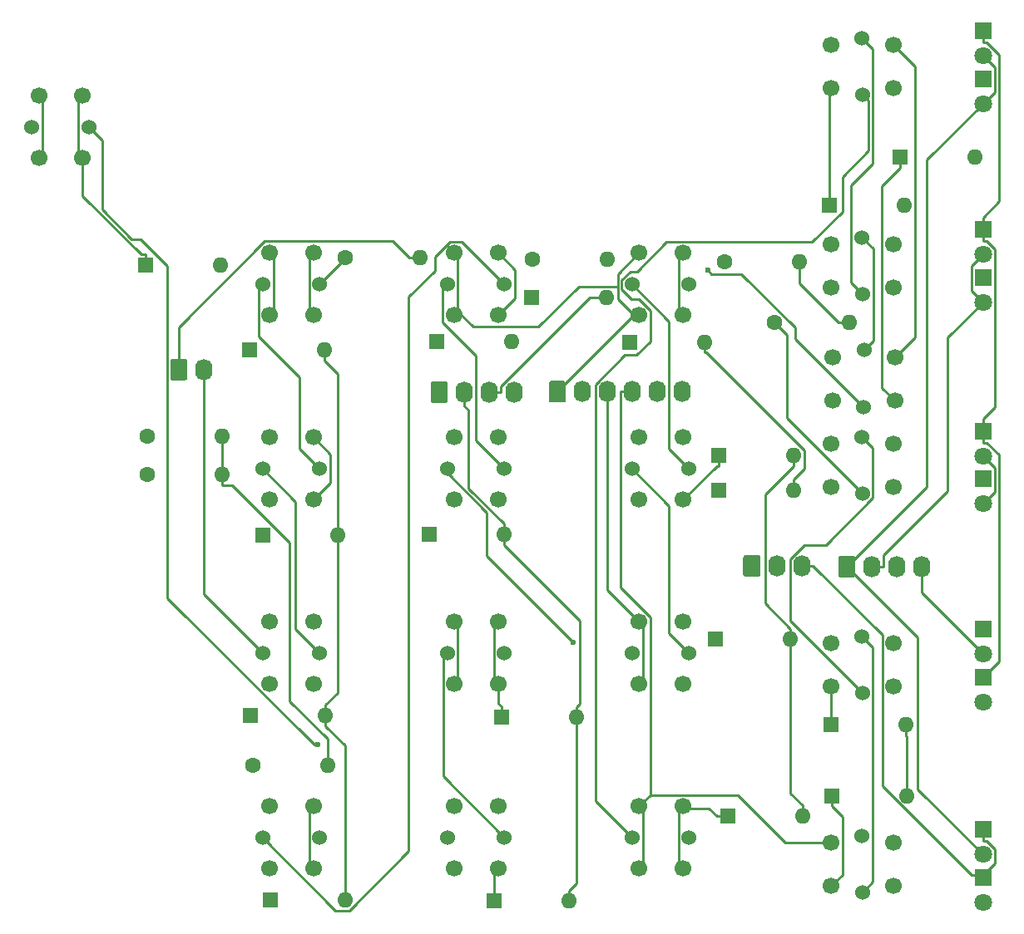
<source format=gbr>
G04 #@! TF.GenerationSoftware,KiCad,Pcbnew,(5.1.5-0-10_14)*
G04 #@! TF.CreationDate,2020-06-21T14:01:29+10:00*
G04 #@! TF.ProjectId,UFC,5546432e-6b69-4636-9164-5f7063625858,A*
G04 #@! TF.SameCoordinates,Original*
G04 #@! TF.FileFunction,Copper,L1,Top*
G04 #@! TF.FilePolarity,Positive*
%FSLAX46Y46*%
G04 Gerber Fmt 4.6, Leading zero omitted, Abs format (unit mm)*
G04 Created by KiCad (PCBNEW (5.1.5-0-10_14)) date 2020-06-21 14:01:29*
%MOMM*%
%LPD*%
G04 APERTURE LIST*
%ADD10O,1.740000X2.200000*%
%ADD11C,0.100000*%
%ADD12O,1.600000X1.600000*%
%ADD13C,1.600000*%
%ADD14R,1.600000X1.600000*%
%ADD15C,1.524000*%
%ADD16C,1.700000*%
%ADD17C,1.800000*%
%ADD18R,1.800000X1.800000*%
%ADD19C,0.600000*%
%ADD20C,0.228600*%
G04 APERTURE END LIST*
D10*
X160250000Y-104460000D03*
X157710000Y-104460000D03*
X155170000Y-104460000D03*
G04 #@! TA.AperFunction,ComponentPad*
D11*
G36*
X153274505Y-103361204D02*
G01*
X153298773Y-103364804D01*
X153322572Y-103370765D01*
X153345671Y-103379030D01*
X153367850Y-103389520D01*
X153388893Y-103402132D01*
X153408599Y-103416747D01*
X153426777Y-103433223D01*
X153443253Y-103451401D01*
X153457868Y-103471107D01*
X153470480Y-103492150D01*
X153480970Y-103514329D01*
X153489235Y-103537428D01*
X153495196Y-103561227D01*
X153498796Y-103585495D01*
X153500000Y-103609999D01*
X153500000Y-105310001D01*
X153498796Y-105334505D01*
X153495196Y-105358773D01*
X153489235Y-105382572D01*
X153480970Y-105405671D01*
X153470480Y-105427850D01*
X153457868Y-105448893D01*
X153443253Y-105468599D01*
X153426777Y-105486777D01*
X153408599Y-105503253D01*
X153388893Y-105517868D01*
X153367850Y-105530480D01*
X153345671Y-105540970D01*
X153322572Y-105549235D01*
X153298773Y-105555196D01*
X153274505Y-105558796D01*
X153250001Y-105560000D01*
X152009999Y-105560000D01*
X151985495Y-105558796D01*
X151961227Y-105555196D01*
X151937428Y-105549235D01*
X151914329Y-105540970D01*
X151892150Y-105530480D01*
X151871107Y-105517868D01*
X151851401Y-105503253D01*
X151833223Y-105486777D01*
X151816747Y-105468599D01*
X151802132Y-105448893D01*
X151789520Y-105427850D01*
X151779030Y-105405671D01*
X151770765Y-105382572D01*
X151764804Y-105358773D01*
X151761204Y-105334505D01*
X151760000Y-105310001D01*
X151760000Y-103609999D01*
X151761204Y-103585495D01*
X151764804Y-103561227D01*
X151770765Y-103537428D01*
X151779030Y-103514329D01*
X151789520Y-103492150D01*
X151802132Y-103471107D01*
X151816747Y-103451401D01*
X151833223Y-103433223D01*
X151851401Y-103416747D01*
X151871107Y-103402132D01*
X151892150Y-103389520D01*
X151914329Y-103379030D01*
X151937428Y-103370765D01*
X151961227Y-103364804D01*
X151985495Y-103361204D01*
X152009999Y-103360000D01*
X153250001Y-103360000D01*
X153274505Y-103361204D01*
G37*
G04 #@! TD.AperFunction*
D10*
X135860000Y-86650000D03*
X133320000Y-86650000D03*
X130780000Y-86650000D03*
X128240000Y-86650000D03*
X125700000Y-86650000D03*
G04 #@! TA.AperFunction,ComponentPad*
D11*
G36*
X123804505Y-85551204D02*
G01*
X123828773Y-85554804D01*
X123852572Y-85560765D01*
X123875671Y-85569030D01*
X123897850Y-85579520D01*
X123918893Y-85592132D01*
X123938599Y-85606747D01*
X123956777Y-85623223D01*
X123973253Y-85641401D01*
X123987868Y-85661107D01*
X124000480Y-85682150D01*
X124010970Y-85704329D01*
X124019235Y-85727428D01*
X124025196Y-85751227D01*
X124028796Y-85775495D01*
X124030000Y-85799999D01*
X124030000Y-87500001D01*
X124028796Y-87524505D01*
X124025196Y-87548773D01*
X124019235Y-87572572D01*
X124010970Y-87595671D01*
X124000480Y-87617850D01*
X123987868Y-87638893D01*
X123973253Y-87658599D01*
X123956777Y-87676777D01*
X123938599Y-87693253D01*
X123918893Y-87707868D01*
X123897850Y-87720480D01*
X123875671Y-87730970D01*
X123852572Y-87739235D01*
X123828773Y-87745196D01*
X123804505Y-87748796D01*
X123780001Y-87750000D01*
X122539999Y-87750000D01*
X122515495Y-87748796D01*
X122491227Y-87745196D01*
X122467428Y-87739235D01*
X122444329Y-87730970D01*
X122422150Y-87720480D01*
X122401107Y-87707868D01*
X122381401Y-87693253D01*
X122363223Y-87676777D01*
X122346747Y-87658599D01*
X122332132Y-87638893D01*
X122319520Y-87617850D01*
X122309030Y-87595671D01*
X122300765Y-87572572D01*
X122294804Y-87548773D01*
X122291204Y-87524505D01*
X122290000Y-87500001D01*
X122290000Y-85799999D01*
X122291204Y-85775495D01*
X122294804Y-85751227D01*
X122300765Y-85727428D01*
X122309030Y-85704329D01*
X122319520Y-85682150D01*
X122332132Y-85661107D01*
X122346747Y-85641401D01*
X122363223Y-85623223D01*
X122381401Y-85606747D01*
X122401107Y-85592132D01*
X122422150Y-85579520D01*
X122444329Y-85569030D01*
X122467428Y-85560765D01*
X122491227Y-85554804D01*
X122515495Y-85551204D01*
X122539999Y-85550000D01*
X123780001Y-85550000D01*
X123804505Y-85551204D01*
G37*
G04 #@! TD.AperFunction*
D10*
X118740000Y-86680000D03*
X116200000Y-86680000D03*
X113660000Y-86680000D03*
G04 #@! TA.AperFunction,ComponentPad*
D11*
G36*
X111764505Y-85581204D02*
G01*
X111788773Y-85584804D01*
X111812572Y-85590765D01*
X111835671Y-85599030D01*
X111857850Y-85609520D01*
X111878893Y-85622132D01*
X111898599Y-85636747D01*
X111916777Y-85653223D01*
X111933253Y-85671401D01*
X111947868Y-85691107D01*
X111960480Y-85712150D01*
X111970970Y-85734329D01*
X111979235Y-85757428D01*
X111985196Y-85781227D01*
X111988796Y-85805495D01*
X111990000Y-85829999D01*
X111990000Y-87530001D01*
X111988796Y-87554505D01*
X111985196Y-87578773D01*
X111979235Y-87602572D01*
X111970970Y-87625671D01*
X111960480Y-87647850D01*
X111947868Y-87668893D01*
X111933253Y-87688599D01*
X111916777Y-87706777D01*
X111898599Y-87723253D01*
X111878893Y-87737868D01*
X111857850Y-87750480D01*
X111835671Y-87760970D01*
X111812572Y-87769235D01*
X111788773Y-87775196D01*
X111764505Y-87778796D01*
X111740001Y-87780000D01*
X110499999Y-87780000D01*
X110475495Y-87778796D01*
X110451227Y-87775196D01*
X110427428Y-87769235D01*
X110404329Y-87760970D01*
X110382150Y-87750480D01*
X110361107Y-87737868D01*
X110341401Y-87723253D01*
X110323223Y-87706777D01*
X110306747Y-87688599D01*
X110292132Y-87668893D01*
X110279520Y-87647850D01*
X110269030Y-87625671D01*
X110260765Y-87602572D01*
X110254804Y-87578773D01*
X110251204Y-87554505D01*
X110250000Y-87530001D01*
X110250000Y-85829999D01*
X110251204Y-85805495D01*
X110254804Y-85781227D01*
X110260765Y-85757428D01*
X110269030Y-85734329D01*
X110279520Y-85712150D01*
X110292132Y-85691107D01*
X110306747Y-85671401D01*
X110323223Y-85653223D01*
X110341401Y-85636747D01*
X110361107Y-85622132D01*
X110382150Y-85609520D01*
X110404329Y-85599030D01*
X110427428Y-85590765D01*
X110451227Y-85584804D01*
X110475495Y-85581204D01*
X110499999Y-85580000D01*
X111740001Y-85580000D01*
X111764505Y-85581204D01*
G37*
G04 #@! TD.AperFunction*
D10*
X87160000Y-84390000D03*
G04 #@! TA.AperFunction,ComponentPad*
D11*
G36*
X85264505Y-83291204D02*
G01*
X85288773Y-83294804D01*
X85312572Y-83300765D01*
X85335671Y-83309030D01*
X85357850Y-83319520D01*
X85378893Y-83332132D01*
X85398599Y-83346747D01*
X85416777Y-83363223D01*
X85433253Y-83381401D01*
X85447868Y-83401107D01*
X85460480Y-83422150D01*
X85470970Y-83444329D01*
X85479235Y-83467428D01*
X85485196Y-83491227D01*
X85488796Y-83515495D01*
X85490000Y-83539999D01*
X85490000Y-85240001D01*
X85488796Y-85264505D01*
X85485196Y-85288773D01*
X85479235Y-85312572D01*
X85470970Y-85335671D01*
X85460480Y-85357850D01*
X85447868Y-85378893D01*
X85433253Y-85398599D01*
X85416777Y-85416777D01*
X85398599Y-85433253D01*
X85378893Y-85447868D01*
X85357850Y-85460480D01*
X85335671Y-85470970D01*
X85312572Y-85479235D01*
X85288773Y-85485196D01*
X85264505Y-85488796D01*
X85240001Y-85490000D01*
X83999999Y-85490000D01*
X83975495Y-85488796D01*
X83951227Y-85485196D01*
X83927428Y-85479235D01*
X83904329Y-85470970D01*
X83882150Y-85460480D01*
X83861107Y-85447868D01*
X83841401Y-85433253D01*
X83823223Y-85416777D01*
X83806747Y-85398599D01*
X83792132Y-85378893D01*
X83779520Y-85357850D01*
X83769030Y-85335671D01*
X83760765Y-85312572D01*
X83754804Y-85288773D01*
X83751204Y-85264505D01*
X83750000Y-85240001D01*
X83750000Y-83539999D01*
X83751204Y-83515495D01*
X83754804Y-83491227D01*
X83760765Y-83467428D01*
X83769030Y-83444329D01*
X83779520Y-83422150D01*
X83792132Y-83401107D01*
X83806747Y-83381401D01*
X83823223Y-83363223D01*
X83841401Y-83346747D01*
X83861107Y-83332132D01*
X83882150Y-83319520D01*
X83904329Y-83309030D01*
X83927428Y-83300765D01*
X83951227Y-83294804D01*
X83975495Y-83291204D01*
X83999999Y-83290000D01*
X85240001Y-83290000D01*
X85264505Y-83291204D01*
G37*
G04 #@! TD.AperFunction*
D10*
X148030000Y-104390000D03*
X145490000Y-104390000D03*
G04 #@! TA.AperFunction,ComponentPad*
D11*
G36*
X143594505Y-103291204D02*
G01*
X143618773Y-103294804D01*
X143642572Y-103300765D01*
X143665671Y-103309030D01*
X143687850Y-103319520D01*
X143708893Y-103332132D01*
X143728599Y-103346747D01*
X143746777Y-103363223D01*
X143763253Y-103381401D01*
X143777868Y-103401107D01*
X143790480Y-103422150D01*
X143800970Y-103444329D01*
X143809235Y-103467428D01*
X143815196Y-103491227D01*
X143818796Y-103515495D01*
X143820000Y-103539999D01*
X143820000Y-105240001D01*
X143818796Y-105264505D01*
X143815196Y-105288773D01*
X143809235Y-105312572D01*
X143800970Y-105335671D01*
X143790480Y-105357850D01*
X143777868Y-105378893D01*
X143763253Y-105398599D01*
X143746777Y-105416777D01*
X143728599Y-105433253D01*
X143708893Y-105447868D01*
X143687850Y-105460480D01*
X143665671Y-105470970D01*
X143642572Y-105479235D01*
X143618773Y-105485196D01*
X143594505Y-105488796D01*
X143570001Y-105490000D01*
X142329999Y-105490000D01*
X142305495Y-105488796D01*
X142281227Y-105485196D01*
X142257428Y-105479235D01*
X142234329Y-105470970D01*
X142212150Y-105460480D01*
X142191107Y-105447868D01*
X142171401Y-105433253D01*
X142153223Y-105416777D01*
X142136747Y-105398599D01*
X142122132Y-105378893D01*
X142109520Y-105357850D01*
X142099030Y-105335671D01*
X142090765Y-105312572D01*
X142084804Y-105288773D01*
X142081204Y-105264505D01*
X142080000Y-105240001D01*
X142080000Y-103539999D01*
X142081204Y-103515495D01*
X142084804Y-103491227D01*
X142090765Y-103467428D01*
X142099030Y-103444329D01*
X142109520Y-103422150D01*
X142122132Y-103401107D01*
X142136747Y-103381401D01*
X142153223Y-103363223D01*
X142171401Y-103346747D01*
X142191107Y-103332132D01*
X142212150Y-103319520D01*
X142234329Y-103309030D01*
X142257428Y-103300765D01*
X142281227Y-103294804D01*
X142305495Y-103291204D01*
X142329999Y-103290000D01*
X143570001Y-103290000D01*
X143594505Y-103291204D01*
G37*
G04 #@! TD.AperFunction*
D12*
X128270000Y-73130000D03*
D13*
X120650000Y-73130000D03*
D12*
X152910000Y-79590000D03*
D13*
X145290000Y-79590000D03*
D12*
X89060000Y-95060000D03*
D13*
X81440000Y-95060000D03*
D12*
X147800000Y-73430000D03*
D13*
X140180000Y-73430000D03*
D12*
X89060000Y-91150000D03*
D13*
X81440000Y-91150000D03*
D12*
X99750000Y-124690000D03*
D13*
X92130000Y-124690000D03*
D12*
X109190000Y-72980000D03*
D13*
X101570000Y-72980000D03*
D12*
X165670000Y-62760000D03*
D14*
X158050000Y-62760000D03*
D12*
X158760000Y-127810000D03*
D14*
X151140000Y-127810000D03*
D12*
X158610000Y-120560000D03*
D14*
X150990000Y-120560000D03*
D12*
X147200000Y-96710000D03*
D14*
X139580000Y-96710000D03*
D12*
X138160000Y-81580000D03*
D14*
X130540000Y-81580000D03*
D12*
X158460000Y-67620000D03*
D14*
X150840000Y-67620000D03*
D12*
X148100000Y-129910000D03*
D14*
X140480000Y-129910000D03*
D12*
X146900000Y-111880000D03*
D14*
X139280000Y-111880000D03*
D12*
X147200000Y-93110000D03*
D14*
X139580000Y-93110000D03*
D12*
X128120000Y-77030000D03*
D14*
X120500000Y-77030000D03*
D12*
X88910000Y-73730000D03*
D14*
X81290000Y-73730000D03*
D12*
X124360000Y-138550000D03*
D14*
X116740000Y-138550000D03*
D12*
X125120000Y-119840000D03*
D14*
X117500000Y-119840000D03*
D12*
X117760000Y-101210000D03*
D14*
X110140000Y-101210000D03*
D12*
X118470000Y-81550000D03*
D14*
X110850000Y-81550000D03*
D12*
X101530000Y-138400000D03*
D14*
X93910000Y-138400000D03*
D12*
X99580000Y-119630000D03*
D14*
X91960000Y-119630000D03*
D12*
X100780000Y-101300000D03*
D14*
X93160000Y-101300000D03*
D12*
X99430000Y-82370000D03*
D14*
X91810000Y-82370000D03*
D15*
X154170000Y-50597000D03*
X154210000Y-56388000D03*
D16*
X151035000Y-51308000D03*
X157385000Y-51308000D03*
X151035000Y-55753000D03*
X157385000Y-55753000D03*
D15*
X154170000Y-131877000D03*
X154210000Y-137668000D03*
D16*
X151035000Y-132588000D03*
X157385000Y-132588000D03*
X151035000Y-137033000D03*
X157385000Y-137033000D03*
D15*
X154170000Y-111557000D03*
X154210000Y-117348000D03*
D16*
X151035000Y-112268000D03*
X157385000Y-112268000D03*
X151035000Y-116713000D03*
X157385000Y-116713000D03*
D15*
X154170000Y-91237000D03*
X154210000Y-97028000D03*
D16*
X151035000Y-91948000D03*
X157385000Y-91948000D03*
X151035000Y-96393000D03*
X157385000Y-96393000D03*
D15*
X154170000Y-70917000D03*
X154210000Y-76708000D03*
D16*
X151035000Y-71628000D03*
X157385000Y-71628000D03*
X151035000Y-76073000D03*
X157385000Y-76073000D03*
D15*
X154360000Y-82420000D03*
X154320000Y-88211000D03*
D16*
X157495000Y-83131000D03*
X151145000Y-83131000D03*
X157495000Y-87576000D03*
X151145000Y-87576000D03*
D15*
X130766000Y-132120000D03*
X136557000Y-132080000D03*
D16*
X131477000Y-135255000D03*
X131477000Y-128905000D03*
X135922000Y-135255000D03*
X135922000Y-128905000D03*
D15*
X130766000Y-113324000D03*
X136557000Y-113284000D03*
D16*
X131477000Y-116459000D03*
X131477000Y-110109000D03*
X135922000Y-116459000D03*
X135922000Y-110109000D03*
D15*
X130766000Y-94528000D03*
X136557000Y-94488000D03*
D16*
X131477000Y-97663000D03*
X131477000Y-91313000D03*
X135922000Y-97663000D03*
X135922000Y-91313000D03*
D15*
X130766000Y-75732000D03*
X136557000Y-75692000D03*
D16*
X131477000Y-78867000D03*
X131477000Y-72517000D03*
X135922000Y-78867000D03*
X135922000Y-72517000D03*
D15*
X69679000Y-59730000D03*
X75470000Y-59690000D03*
D16*
X70390000Y-62865000D03*
X70390000Y-56515000D03*
X74835000Y-62865000D03*
X74835000Y-56515000D03*
D15*
X111970000Y-132120000D03*
X117761000Y-132080000D03*
D16*
X112681000Y-135255000D03*
X112681000Y-128905000D03*
X117126000Y-135255000D03*
X117126000Y-128905000D03*
D15*
X111970000Y-113324000D03*
X117761000Y-113284000D03*
D16*
X112681000Y-116459000D03*
X112681000Y-110109000D03*
X117126000Y-116459000D03*
X117126000Y-110109000D03*
D15*
X111970000Y-94528000D03*
X117761000Y-94488000D03*
D16*
X112681000Y-97663000D03*
X112681000Y-91313000D03*
X117126000Y-97663000D03*
X117126000Y-91313000D03*
D15*
X111970000Y-75732000D03*
X117761000Y-75692000D03*
D16*
X112681000Y-78867000D03*
X112681000Y-72517000D03*
X117126000Y-78867000D03*
X117126000Y-72517000D03*
D15*
X93174000Y-132120000D03*
X98965000Y-132080000D03*
D16*
X93885000Y-135255000D03*
X93885000Y-128905000D03*
X98330000Y-135255000D03*
X98330000Y-128905000D03*
D15*
X93174000Y-113324000D03*
X98965000Y-113284000D03*
D16*
X93885000Y-116459000D03*
X93885000Y-110109000D03*
X98330000Y-116459000D03*
X98330000Y-110109000D03*
D15*
X93174000Y-94528000D03*
X98965000Y-94488000D03*
D16*
X93885000Y-97663000D03*
X93885000Y-91313000D03*
X98330000Y-97663000D03*
X98330000Y-91313000D03*
D15*
X93174000Y-75732000D03*
X98965000Y-75692000D03*
D16*
X93885000Y-78867000D03*
X93885000Y-72517000D03*
X98330000Y-78867000D03*
X98330000Y-72517000D03*
D17*
X166500000Y-133800000D03*
D18*
X166500000Y-131260000D03*
D17*
X166500000Y-113370000D03*
D18*
X166500000Y-110830000D03*
D17*
X166500000Y-98080000D03*
D18*
X166500000Y-95540000D03*
D17*
X166500000Y-77520000D03*
D18*
X166500000Y-74980000D03*
D17*
X166500000Y-57310000D03*
D18*
X166500000Y-54770000D03*
D17*
X166500000Y-138650000D03*
D18*
X166500000Y-136110000D03*
D17*
X166500000Y-118260000D03*
D18*
X166500000Y-115720000D03*
D17*
X166500000Y-93180000D03*
D18*
X166500000Y-90640000D03*
D17*
X166490000Y-72620000D03*
D18*
X166490000Y-70080000D03*
D17*
X166500000Y-52410000D03*
D18*
X166500000Y-49870000D03*
D19*
X98802300Y-122632100D03*
X138444100Y-74275800D03*
X124789600Y-112147900D03*
D20*
X166500000Y-113370000D02*
X160250000Y-107120000D01*
X160250000Y-107120000D02*
X160250000Y-104460000D01*
X166500000Y-93180000D02*
X167692400Y-94372400D01*
X167692400Y-94372400D02*
X167692400Y-96887600D01*
X167692400Y-96887600D02*
X166500000Y-98080000D01*
X166490000Y-72620000D02*
X165307500Y-73802500D01*
X165307500Y-73802500D02*
X165307500Y-76327500D01*
X165307500Y-76327500D02*
X166500000Y-77520000D01*
X166500000Y-77520000D02*
X162881900Y-81138100D01*
X162881900Y-81138100D02*
X162881900Y-96748100D01*
X162881900Y-96748100D02*
X156332400Y-103297600D01*
X156332400Y-103297600D02*
X156332400Y-104460000D01*
X155170000Y-104460000D02*
X156332400Y-104460000D01*
X166500000Y-133800000D02*
X159856700Y-127156700D01*
X159856700Y-127156700D02*
X159856700Y-111686700D01*
X159856700Y-111686700D02*
X152630000Y-104460000D01*
X166500000Y-57310000D02*
X160779500Y-63030500D01*
X160779500Y-63030500D02*
X160779500Y-96310500D01*
X160779500Y-96310500D02*
X152630000Y-104460000D01*
X166500000Y-52410000D02*
X167692500Y-53602500D01*
X167692500Y-53602500D02*
X167692500Y-56117500D01*
X167692500Y-56117500D02*
X166500000Y-57310000D01*
X93174000Y-75732000D02*
X92738400Y-76167600D01*
X92738400Y-76167600D02*
X92738400Y-81021500D01*
X92738400Y-81021500D02*
X96932500Y-85215600D01*
X96932500Y-85215600D02*
X96932500Y-92455500D01*
X96932500Y-92455500D02*
X98965000Y-94488000D01*
X93174000Y-94528000D02*
X96525800Y-97879800D01*
X96525800Y-97879800D02*
X96525800Y-110844800D01*
X96525800Y-110844800D02*
X98965000Y-113284000D01*
X93174000Y-132120000D02*
X100573800Y-139519800D01*
X100573800Y-139519800D02*
X101970100Y-139519800D01*
X101970100Y-139519800D02*
X108016700Y-133473200D01*
X108016700Y-133473200D02*
X108016700Y-76968700D01*
X108016700Y-76968700D02*
X110686700Y-74298700D01*
X110686700Y-74298700D02*
X110686700Y-72889800D01*
X110686700Y-72889800D02*
X112229300Y-71347200D01*
X112229300Y-71347200D02*
X113416200Y-71347200D01*
X113416200Y-71347200D02*
X117761000Y-75692000D01*
X117761000Y-94488000D02*
X114903600Y-91630600D01*
X114903600Y-91630600D02*
X114903600Y-82970500D01*
X114903600Y-82970500D02*
X111501400Y-79568300D01*
X111501400Y-79568300D02*
X111501400Y-76200600D01*
X111501400Y-76200600D02*
X111970000Y-75732000D01*
X111970000Y-113324000D02*
X111538000Y-113756000D01*
X111538000Y-113756000D02*
X111538000Y-125857000D01*
X111538000Y-125857000D02*
X117761000Y-132080000D01*
X98802300Y-122632100D02*
X98403100Y-122632100D01*
X98403100Y-122632100D02*
X83431100Y-107660100D01*
X83431100Y-107660100D02*
X83431100Y-73813700D01*
X83431100Y-73813700D02*
X80720000Y-71102600D01*
X80720000Y-71102600D02*
X79827100Y-71102600D01*
X79827100Y-71102600D02*
X76830800Y-68106300D01*
X76830800Y-68106300D02*
X76830800Y-61050800D01*
X76830800Y-61050800D02*
X75470000Y-59690000D01*
X136557000Y-94488000D02*
X134524500Y-92455500D01*
X134524500Y-92455500D02*
X134524400Y-92455500D01*
X134524400Y-92455500D02*
X134524400Y-79490400D01*
X134524400Y-79490400D02*
X130766000Y-75732000D01*
X130766000Y-94528000D02*
X134524500Y-98286500D01*
X134524500Y-98286500D02*
X134524500Y-111251500D01*
X134524500Y-111251500D02*
X136557000Y-113284000D01*
X154210000Y-56388000D02*
X154833600Y-57011600D01*
X154833600Y-57011600D02*
X154833600Y-62098200D01*
X154833600Y-62098200D02*
X152177500Y-64754300D01*
X152177500Y-64754300D02*
X152177500Y-68299000D01*
X152177500Y-68299000D02*
X149104900Y-71371600D01*
X149104900Y-71371600D02*
X134292300Y-71371600D01*
X134292300Y-71371600D02*
X131246200Y-74417700D01*
X131246200Y-74417700D02*
X130588900Y-74417700D01*
X130588900Y-74417700D02*
X129709800Y-75296800D01*
X129709800Y-75296800D02*
X129709800Y-76220100D01*
X129709800Y-76220100D02*
X130707000Y-77217300D01*
X130707000Y-77217300D02*
X131443100Y-77217300D01*
X131443100Y-77217300D02*
X132619500Y-78393700D01*
X132619500Y-78393700D02*
X132619500Y-81534900D01*
X132619500Y-81534900D02*
X131240000Y-82914400D01*
X131240000Y-82914400D02*
X130036000Y-82914400D01*
X130036000Y-82914400D02*
X127037100Y-85913300D01*
X127037100Y-85913300D02*
X127037100Y-128391100D01*
X127037100Y-128391100D02*
X130766000Y-132120000D01*
X154210000Y-76708000D02*
X153041500Y-75539500D01*
X153041500Y-75539500D02*
X153041500Y-65658300D01*
X153041500Y-65658300D02*
X155271000Y-63428800D01*
X155271000Y-63428800D02*
X155271000Y-51698000D01*
X155271000Y-51698000D02*
X154170000Y-50597000D01*
X154170000Y-91237000D02*
X155290700Y-92357700D01*
X155290700Y-92357700D02*
X155290700Y-97440000D01*
X155290700Y-97440000D02*
X150481600Y-102249100D01*
X150481600Y-102249100D02*
X148273300Y-102249100D01*
X148273300Y-102249100D02*
X146832000Y-103690400D01*
X146832000Y-103690400D02*
X146832000Y-109970000D01*
X146832000Y-109970000D02*
X154210000Y-117348000D01*
X154170000Y-111557000D02*
X155289800Y-112676800D01*
X155289800Y-112676800D02*
X155289800Y-136588200D01*
X155289800Y-136588200D02*
X154210000Y-137668000D01*
X98330000Y-72517000D02*
X97897600Y-72949400D01*
X97897600Y-72949400D02*
X97897600Y-78434600D01*
X97897600Y-78434600D02*
X98330000Y-78867000D01*
X98330000Y-91313000D02*
X100026200Y-93009200D01*
X100026200Y-93009200D02*
X100026200Y-95966800D01*
X100026200Y-95966800D02*
X98330000Y-97663000D01*
X98330000Y-128905000D02*
X97897600Y-129337400D01*
X97897600Y-129337400D02*
X97897600Y-134822600D01*
X97897600Y-134822600D02*
X98330000Y-135255000D01*
X117126000Y-72517000D02*
X118848900Y-74239900D01*
X118848900Y-74239900D02*
X118848900Y-77144100D01*
X118848900Y-77144100D02*
X117126000Y-78867000D01*
X117126000Y-110109000D02*
X116696500Y-110538500D01*
X116696500Y-110538500D02*
X116696500Y-116029500D01*
X116696500Y-116029500D02*
X117126000Y-116459000D01*
X117500000Y-119840000D02*
X117500000Y-118747600D01*
X117500000Y-118747600D02*
X117126000Y-118373600D01*
X117126000Y-118373600D02*
X117126000Y-116459000D01*
X117126000Y-135255000D02*
X116740000Y-135641000D01*
X116740000Y-135641000D02*
X116740000Y-138550000D01*
X74835000Y-56515000D02*
X74402600Y-56947400D01*
X74402600Y-56947400D02*
X74402600Y-62432600D01*
X74402600Y-62432600D02*
X74835000Y-62865000D01*
X74835000Y-62865000D02*
X74835000Y-66685800D01*
X74835000Y-66685800D02*
X80786800Y-72637600D01*
X80786800Y-72637600D02*
X81290000Y-72637600D01*
X81290000Y-73730000D02*
X81290000Y-72637600D01*
X135922000Y-72517000D02*
X135488500Y-72950500D01*
X135488500Y-72950500D02*
X135488500Y-78433500D01*
X135488500Y-78433500D02*
X135922000Y-78867000D01*
X139580000Y-93110000D02*
X139580000Y-94202400D01*
X135922000Y-97663000D02*
X139382600Y-94202400D01*
X139382600Y-94202400D02*
X139580000Y-94202400D01*
X135922000Y-129121200D02*
X138598800Y-129121200D01*
X138598800Y-129121200D02*
X139387600Y-129910000D01*
X135922000Y-135255000D02*
X135489600Y-134822600D01*
X135489600Y-134822600D02*
X135489600Y-129553600D01*
X135489600Y-129553600D02*
X135922000Y-129121200D01*
X135922000Y-128905000D02*
X135922000Y-129121200D01*
X140480000Y-129910000D02*
X139387600Y-129910000D01*
X151035000Y-55753000D02*
X150840000Y-55948000D01*
X150840000Y-55948000D02*
X150840000Y-67620000D01*
X151035000Y-116713000D02*
X150990000Y-116758000D01*
X150990000Y-116758000D02*
X150990000Y-120560000D01*
X151140000Y-127810000D02*
X151140000Y-128902400D01*
X151035000Y-137033000D02*
X152206400Y-135861600D01*
X152206400Y-135861600D02*
X152206400Y-129968800D01*
X152206400Y-129968800D02*
X151140000Y-128902400D01*
X158050000Y-62760000D02*
X158050000Y-63852400D01*
X157495000Y-87576000D02*
X156161000Y-86242000D01*
X156161000Y-86242000D02*
X156161000Y-65741400D01*
X156161000Y-65741400D02*
X158050000Y-63852400D01*
X152910000Y-79590000D02*
X151792200Y-79590000D01*
X147800000Y-73430000D02*
X147800000Y-75597800D01*
X147800000Y-75597800D02*
X151792200Y-79590000D01*
X99750000Y-123572200D02*
X99750000Y-121976300D01*
X99750000Y-121976300D02*
X95938100Y-118164400D01*
X95938100Y-118164400D02*
X95938100Y-102019900D01*
X95938100Y-102019900D02*
X90096000Y-96177800D01*
X90096000Y-96177800D02*
X89060000Y-96177800D01*
X109190000Y-72980000D02*
X108072200Y-72980000D01*
X108072200Y-72980000D02*
X106408600Y-71316400D01*
X106408600Y-71316400D02*
X93379900Y-71316400D01*
X93379900Y-71316400D02*
X84620000Y-80076300D01*
X84620000Y-80076300D02*
X84620000Y-84390000D01*
X89060000Y-95060000D02*
X89060000Y-96177800D01*
X89060000Y-91150000D02*
X89060000Y-95060000D01*
X99750000Y-124690000D02*
X99750000Y-123572200D01*
X98965000Y-75692000D02*
X101570000Y-73087000D01*
X101570000Y-73087000D02*
X101570000Y-72980000D01*
X154210000Y-97028000D02*
X146520600Y-89338600D01*
X146520600Y-89338600D02*
X146520600Y-80820600D01*
X146520600Y-80820600D02*
X145290000Y-79590000D01*
X154320000Y-88211000D02*
X147366600Y-81257600D01*
X147366600Y-81257600D02*
X147366600Y-80114200D01*
X147366600Y-80114200D02*
X141889900Y-74637500D01*
X141889900Y-74637500D02*
X138805800Y-74637500D01*
X138805800Y-74637500D02*
X138444100Y-74275800D01*
X154360000Y-82420000D02*
X155336700Y-81443300D01*
X155336700Y-81443300D02*
X155336700Y-72083700D01*
X155336700Y-72083700D02*
X154170000Y-70917000D01*
X111970000Y-94528000D02*
X111970000Y-94938900D01*
X111970000Y-94938900D02*
X115979500Y-98948400D01*
X115979500Y-98948400D02*
X115979500Y-103337800D01*
X115979500Y-103337800D02*
X124789600Y-112147900D01*
X93174000Y-113324000D02*
X87160000Y-107310000D01*
X87160000Y-107310000D02*
X87160000Y-84390000D01*
X166500000Y-90640000D02*
X166500000Y-91832400D01*
X166500000Y-91832400D02*
X166872600Y-91832400D01*
X166872600Y-91832400D02*
X168109400Y-93069200D01*
X168109400Y-93069200D02*
X168109400Y-114110600D01*
X168109400Y-114110600D02*
X166500000Y-115720000D01*
X166500000Y-90043800D02*
X166500000Y-90640000D01*
X166500000Y-90043800D02*
X166500000Y-89447600D01*
X166490000Y-70080000D02*
X166490000Y-68887600D01*
X166490000Y-70080000D02*
X166490000Y-71272400D01*
X166490000Y-71272400D02*
X166862600Y-71272400D01*
X166862600Y-71272400D02*
X167692400Y-72102200D01*
X167692400Y-72102200D02*
X167692400Y-88255200D01*
X167692400Y-88255200D02*
X166500000Y-89447600D01*
X166500000Y-51062400D02*
X166872600Y-51062400D01*
X166872600Y-51062400D02*
X168115600Y-52305400D01*
X168115600Y-52305400D02*
X168115600Y-67262000D01*
X168115600Y-67262000D02*
X166490000Y-68887600D01*
X166500000Y-49870000D02*
X166500000Y-51062400D01*
X166500000Y-135882100D02*
X165283600Y-135882100D01*
X165283600Y-135882100D02*
X156242500Y-126841000D01*
X156242500Y-126841000D02*
X156242500Y-111440100D01*
X156242500Y-111440100D02*
X149192400Y-104390000D01*
X166500000Y-132452400D02*
X166872700Y-132452400D01*
X166872700Y-132452400D02*
X167692400Y-133272100D01*
X167692400Y-133272100D02*
X167692400Y-134689700D01*
X167692400Y-134689700D02*
X166500000Y-135882100D01*
X166500000Y-136110000D02*
X166500000Y-135882100D01*
X148030000Y-104390000D02*
X149192400Y-104390000D01*
X166500000Y-131260000D02*
X166500000Y-132452400D01*
X99580000Y-119630000D02*
X99580000Y-118537600D01*
X100780000Y-101300000D02*
X100780000Y-117337600D01*
X100780000Y-117337600D02*
X99580000Y-118537600D01*
X99430000Y-83462400D02*
X100780000Y-84812400D01*
X100780000Y-84812400D02*
X100780000Y-101300000D01*
X99580000Y-119630000D02*
X99580000Y-120722400D01*
X99580000Y-120722400D02*
X101530000Y-122672400D01*
X101530000Y-122672400D02*
X101530000Y-138400000D01*
X99430000Y-82370000D02*
X99430000Y-83462400D01*
X125120000Y-119840000D02*
X125120000Y-118747600D01*
X125120000Y-118747600D02*
X125407400Y-118460200D01*
X125407400Y-118460200D02*
X125407400Y-109949800D01*
X125407400Y-109949800D02*
X117760000Y-102302400D01*
X117760000Y-101210000D02*
X117760000Y-102302400D01*
X124360000Y-137457600D02*
X125120000Y-136697600D01*
X125120000Y-136697600D02*
X125120000Y-119840000D01*
X124360000Y-138550000D02*
X124360000Y-137457600D01*
X113660000Y-86680000D02*
X113660000Y-88072400D01*
X117760000Y-101210000D02*
X117760000Y-100117600D01*
X117760000Y-100117600D02*
X114141600Y-96499200D01*
X114141600Y-96499200D02*
X114141600Y-88554000D01*
X114141600Y-88554000D02*
X113660000Y-88072400D01*
X147200000Y-93110000D02*
X147200000Y-94202400D01*
X146900000Y-111880000D02*
X146900000Y-110787600D01*
X147200000Y-94202400D02*
X144315900Y-97086500D01*
X144315900Y-97086500D02*
X144315900Y-108203500D01*
X144315900Y-108203500D02*
X146900000Y-110787600D01*
X148100000Y-129910000D02*
X148100000Y-128817600D01*
X146900000Y-111880000D02*
X146900000Y-127617600D01*
X146900000Y-127617600D02*
X148100000Y-128817600D01*
X116200000Y-86680000D02*
X117362400Y-86680000D01*
X128120000Y-77030000D02*
X126478600Y-77030000D01*
X126478600Y-77030000D02*
X117362400Y-86146200D01*
X117362400Y-86146200D02*
X117362400Y-86680000D01*
X147200000Y-96710000D02*
X147200000Y-95617600D01*
X138160000Y-81580000D02*
X138160000Y-82672400D01*
X138160000Y-82672400D02*
X138340100Y-82672400D01*
X138340100Y-82672400D02*
X148293600Y-92625900D01*
X148293600Y-92625900D02*
X148293600Y-94524000D01*
X148293600Y-94524000D02*
X147200000Y-95617600D01*
X158610000Y-120560000D02*
X158610000Y-121652400D01*
X158610000Y-121652400D02*
X158760000Y-121802400D01*
X158760000Y-121802400D02*
X158760000Y-127810000D01*
X113033900Y-78514100D02*
X112681000Y-78867000D01*
X112681000Y-72517000D02*
X113033900Y-72869900D01*
X113033900Y-72869900D02*
X113033900Y-78514100D01*
X113033900Y-78514100D02*
X114568500Y-80048700D01*
X114568500Y-80048700D02*
X121228600Y-80048700D01*
X121228600Y-80048700D02*
X125339800Y-75937500D01*
X125339800Y-75937500D02*
X129303100Y-75937500D01*
X129303100Y-75937500D02*
X129303100Y-77227100D01*
X129303100Y-77227100D02*
X130943000Y-78867000D01*
X131477000Y-72517000D02*
X129303100Y-74690900D01*
X129303100Y-74690900D02*
X129303100Y-75937500D01*
X130943000Y-78867000D02*
X131477000Y-78867000D01*
X123160000Y-86650000D02*
X130943000Y-78867000D01*
X93885000Y-72517000D02*
X94247200Y-72879200D01*
X94247200Y-72879200D02*
X94247200Y-78504800D01*
X94247200Y-78504800D02*
X93885000Y-78867000D01*
X128240000Y-86650000D02*
X128240000Y-106872000D01*
X128240000Y-106872000D02*
X131477000Y-110109000D01*
X131477000Y-110109000D02*
X131868700Y-110500700D01*
X131868700Y-110500700D02*
X131868700Y-116067300D01*
X131868700Y-116067300D02*
X131477000Y-116459000D01*
X112681000Y-116459000D02*
X113040500Y-116099500D01*
X113040500Y-116099500D02*
X113040500Y-110468500D01*
X113040500Y-110468500D02*
X112681000Y-110109000D01*
X132626300Y-127755700D02*
X131477000Y-128905000D01*
X151035000Y-132588000D02*
X146361300Y-132588000D01*
X146361300Y-132588000D02*
X141529000Y-127755700D01*
X141529000Y-127755700D02*
X132626300Y-127755700D01*
X129617600Y-86650000D02*
X129617600Y-106632100D01*
X129617600Y-106632100D02*
X132626300Y-109640800D01*
X132626300Y-109640800D02*
X132626300Y-127755700D01*
X130780000Y-86650000D02*
X129617600Y-86650000D01*
X131477000Y-128905000D02*
X131839200Y-129267200D01*
X131839200Y-129267200D02*
X131839200Y-134892800D01*
X131839200Y-134892800D02*
X131477000Y-135255000D01*
X157495000Y-83131000D02*
X159556000Y-81070000D01*
X159556000Y-81070000D02*
X159556000Y-53479000D01*
X159556000Y-53479000D02*
X157385000Y-51308000D01*
X70390000Y-56515000D02*
X70763400Y-56888400D01*
X70763400Y-56888400D02*
X70763400Y-62491600D01*
X70763400Y-62491600D02*
X70390000Y-62865000D01*
M02*

</source>
